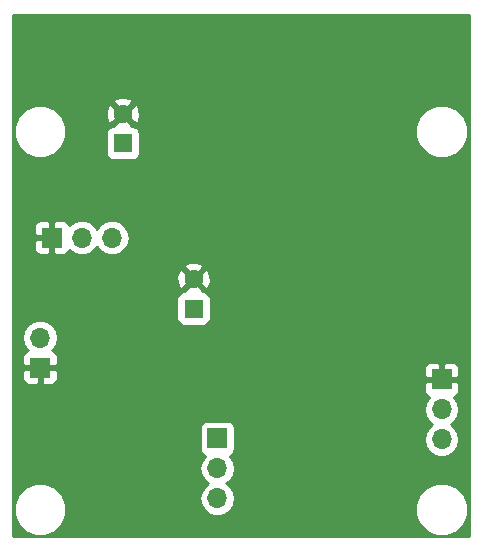
<source format=gbr>
G04 #@! TF.GenerationSoftware,KiCad,Pcbnew,(5.0.1)-4*
G04 #@! TF.CreationDate,2021-12-12T21:25:55+02:00*
G04 #@! TF.ProjectId,MagicLightsPCBNeo,4D616769634C69676874735043424E65,rev?*
G04 #@! TF.SameCoordinates,Original*
G04 #@! TF.FileFunction,Copper,L2,Bot,Signal*
G04 #@! TF.FilePolarity,Positive*
%FSLAX46Y46*%
G04 Gerber Fmt 4.6, Leading zero omitted, Abs format (unit mm)*
G04 Created by KiCad (PCBNEW (5.0.1)-4) date 2021-12-12 21:25:55*
%MOMM*%
%LPD*%
G01*
G04 APERTURE LIST*
G04 #@! TA.AperFunction,ComponentPad*
%ADD10R,1.600000X1.600000*%
G04 #@! TD*
G04 #@! TA.AperFunction,ComponentPad*
%ADD11C,1.600000*%
G04 #@! TD*
G04 #@! TA.AperFunction,ComponentPad*
%ADD12R,1.700000X1.700000*%
G04 #@! TD*
G04 #@! TA.AperFunction,ComponentPad*
%ADD13O,1.700000X1.700000*%
G04 #@! TD*
G04 #@! TA.AperFunction,ViaPad*
%ADD14C,0.800000*%
G04 #@! TD*
G04 #@! TA.AperFunction,Conductor*
%ADD15C,0.254000*%
G04 #@! TD*
G04 APERTURE END LIST*
D10*
G04 #@! TO.P,C2,1*
G04 #@! TO.N,+3V3*
X24000000Y-30000000D03*
D11*
G04 #@! TO.P,C2,2*
G04 #@! TO.N,GND*
X24000000Y-27500000D03*
G04 #@! TD*
G04 #@! TO.P,C7,2*
G04 #@! TO.N,GND*
X30000000Y-41500000D03*
D10*
G04 #@! TO.P,C7,1*
G04 #@! TO.N,+5V*
X30000000Y-44000000D03*
G04 #@! TD*
D12*
G04 #@! TO.P,J1,1*
G04 #@! TO.N,GND*
X51000000Y-50000000D03*
D13*
G04 #@! TO.P,J1,2*
G04 #@! TO.N,Net-(J1-Pad2)*
X51000000Y-52540000D03*
G04 #@! TO.P,J1,3*
G04 #@! TO.N,Net-(C1-Pad1)*
X51000000Y-55080000D03*
G04 #@! TD*
G04 #@! TO.P,J2,3*
G04 #@! TO.N,+5V*
X23080000Y-38000000D03*
G04 #@! TO.P,J2,2*
G04 #@! TO.N,+3V3*
X20540000Y-38000000D03*
D12*
G04 #@! TO.P,J2,1*
G04 #@! TO.N,GND*
X18000000Y-38000000D03*
G04 #@! TD*
G04 #@! TO.P,J3,1*
G04 #@! TO.N,GND*
X17000000Y-49000000D03*
D13*
G04 #@! TO.P,J3,2*
G04 #@! TO.N,+5V*
X17000000Y-46460000D03*
G04 #@! TD*
D12*
G04 #@! TO.P,Q1,1*
G04 #@! TO.N,Net-(D3-Pad2)*
X32000000Y-55000000D03*
D13*
G04 #@! TO.P,Q1,2*
G04 #@! TO.N,Net-(C1-Pad1)*
X32000000Y-57540000D03*
G04 #@! TO.P,Q1,3*
G04 #@! TO.N,+5V*
X32000000Y-60080000D03*
G04 #@! TD*
D14*
G04 #@! TO.N,GND*
X38000000Y-26000000D03*
X39000000Y-26000000D03*
X39000000Y-27000000D03*
X45000000Y-38000000D03*
X45000000Y-39000000D03*
X45000000Y-40000000D03*
X42000000Y-50000000D03*
X41000000Y-50000000D03*
X40000000Y-50000000D03*
X43000000Y-57000000D03*
X43000000Y-58000000D03*
X43000000Y-59000000D03*
X51000000Y-39000000D03*
X51000000Y-38000000D03*
X51000000Y-37000000D03*
G04 #@! TD*
D15*
G04 #@! TO.N,GND*
G36*
X53290001Y-63290000D02*
X14710000Y-63290000D01*
X14710000Y-60555431D01*
X14765000Y-60555431D01*
X14765000Y-61444569D01*
X15105259Y-62266026D01*
X15733974Y-62894741D01*
X16555431Y-63235000D01*
X17444569Y-63235000D01*
X18266026Y-62894741D01*
X18894741Y-62266026D01*
X19235000Y-61444569D01*
X19235000Y-60555431D01*
X18894741Y-59733974D01*
X18266026Y-59105259D01*
X17444569Y-58765000D01*
X16555431Y-58765000D01*
X15733974Y-59105259D01*
X15105259Y-59733974D01*
X14765000Y-60555431D01*
X14710000Y-60555431D01*
X14710000Y-57540000D01*
X30485908Y-57540000D01*
X30601161Y-58119418D01*
X30929375Y-58610625D01*
X31227761Y-58810000D01*
X30929375Y-59009375D01*
X30601161Y-59500582D01*
X30485908Y-60080000D01*
X30601161Y-60659418D01*
X30929375Y-61150625D01*
X31420582Y-61478839D01*
X31853744Y-61565000D01*
X32146256Y-61565000D01*
X32579418Y-61478839D01*
X33070625Y-61150625D01*
X33398839Y-60659418D01*
X33419523Y-60555431D01*
X48765000Y-60555431D01*
X48765000Y-61444569D01*
X49105259Y-62266026D01*
X49733974Y-62894741D01*
X50555431Y-63235000D01*
X51444569Y-63235000D01*
X52266026Y-62894741D01*
X52894741Y-62266026D01*
X53235000Y-61444569D01*
X53235000Y-60555431D01*
X52894741Y-59733974D01*
X52266026Y-59105259D01*
X51444569Y-58765000D01*
X50555431Y-58765000D01*
X49733974Y-59105259D01*
X49105259Y-59733974D01*
X48765000Y-60555431D01*
X33419523Y-60555431D01*
X33514092Y-60080000D01*
X33398839Y-59500582D01*
X33070625Y-59009375D01*
X32772239Y-58810000D01*
X33070625Y-58610625D01*
X33398839Y-58119418D01*
X33514092Y-57540000D01*
X33398839Y-56960582D01*
X33070625Y-56469375D01*
X33052381Y-56457184D01*
X33097765Y-56448157D01*
X33307809Y-56307809D01*
X33448157Y-56097765D01*
X33497440Y-55850000D01*
X33497440Y-54150000D01*
X33448157Y-53902235D01*
X33307809Y-53692191D01*
X33097765Y-53551843D01*
X32850000Y-53502560D01*
X31150000Y-53502560D01*
X30902235Y-53551843D01*
X30692191Y-53692191D01*
X30551843Y-53902235D01*
X30502560Y-54150000D01*
X30502560Y-55850000D01*
X30551843Y-56097765D01*
X30692191Y-56307809D01*
X30902235Y-56448157D01*
X30947619Y-56457184D01*
X30929375Y-56469375D01*
X30601161Y-56960582D01*
X30485908Y-57540000D01*
X14710000Y-57540000D01*
X14710000Y-52540000D01*
X49485908Y-52540000D01*
X49601161Y-53119418D01*
X49929375Y-53610625D01*
X50227761Y-53810000D01*
X49929375Y-54009375D01*
X49601161Y-54500582D01*
X49485908Y-55080000D01*
X49601161Y-55659418D01*
X49929375Y-56150625D01*
X50420582Y-56478839D01*
X50853744Y-56565000D01*
X51146256Y-56565000D01*
X51579418Y-56478839D01*
X52070625Y-56150625D01*
X52398839Y-55659418D01*
X52514092Y-55080000D01*
X52398839Y-54500582D01*
X52070625Y-54009375D01*
X51772239Y-53810000D01*
X52070625Y-53610625D01*
X52398839Y-53119418D01*
X52514092Y-52540000D01*
X52398839Y-51960582D01*
X52070625Y-51469375D01*
X52048967Y-51454904D01*
X52209698Y-51388327D01*
X52388327Y-51209699D01*
X52485000Y-50976310D01*
X52485000Y-50285750D01*
X52326250Y-50127000D01*
X51127000Y-50127000D01*
X51127000Y-50147000D01*
X50873000Y-50147000D01*
X50873000Y-50127000D01*
X49673750Y-50127000D01*
X49515000Y-50285750D01*
X49515000Y-50976310D01*
X49611673Y-51209699D01*
X49790302Y-51388327D01*
X49951033Y-51454904D01*
X49929375Y-51469375D01*
X49601161Y-51960582D01*
X49485908Y-52540000D01*
X14710000Y-52540000D01*
X14710000Y-49285750D01*
X15515000Y-49285750D01*
X15515000Y-49976310D01*
X15611673Y-50209699D01*
X15790302Y-50388327D01*
X16023691Y-50485000D01*
X16714250Y-50485000D01*
X16873000Y-50326250D01*
X16873000Y-49127000D01*
X17127000Y-49127000D01*
X17127000Y-50326250D01*
X17285750Y-50485000D01*
X17976309Y-50485000D01*
X18209698Y-50388327D01*
X18388327Y-50209699D01*
X18485000Y-49976310D01*
X18485000Y-49285750D01*
X18326250Y-49127000D01*
X17127000Y-49127000D01*
X16873000Y-49127000D01*
X15673750Y-49127000D01*
X15515000Y-49285750D01*
X14710000Y-49285750D01*
X14710000Y-49023690D01*
X49515000Y-49023690D01*
X49515000Y-49714250D01*
X49673750Y-49873000D01*
X50873000Y-49873000D01*
X50873000Y-48673750D01*
X51127000Y-48673750D01*
X51127000Y-49873000D01*
X52326250Y-49873000D01*
X52485000Y-49714250D01*
X52485000Y-49023690D01*
X52388327Y-48790301D01*
X52209698Y-48611673D01*
X51976309Y-48515000D01*
X51285750Y-48515000D01*
X51127000Y-48673750D01*
X50873000Y-48673750D01*
X50714250Y-48515000D01*
X50023691Y-48515000D01*
X49790302Y-48611673D01*
X49611673Y-48790301D01*
X49515000Y-49023690D01*
X14710000Y-49023690D01*
X14710000Y-46460000D01*
X15485908Y-46460000D01*
X15601161Y-47039418D01*
X15929375Y-47530625D01*
X15951033Y-47545096D01*
X15790302Y-47611673D01*
X15611673Y-47790301D01*
X15515000Y-48023690D01*
X15515000Y-48714250D01*
X15673750Y-48873000D01*
X16873000Y-48873000D01*
X16873000Y-48853000D01*
X17127000Y-48853000D01*
X17127000Y-48873000D01*
X18326250Y-48873000D01*
X18485000Y-48714250D01*
X18485000Y-48023690D01*
X18388327Y-47790301D01*
X18209698Y-47611673D01*
X18048967Y-47545096D01*
X18070625Y-47530625D01*
X18398839Y-47039418D01*
X18514092Y-46460000D01*
X18398839Y-45880582D01*
X18070625Y-45389375D01*
X17579418Y-45061161D01*
X17146256Y-44975000D01*
X16853744Y-44975000D01*
X16420582Y-45061161D01*
X15929375Y-45389375D01*
X15601161Y-45880582D01*
X15485908Y-46460000D01*
X14710000Y-46460000D01*
X14710000Y-43200000D01*
X28552560Y-43200000D01*
X28552560Y-44800000D01*
X28601843Y-45047765D01*
X28742191Y-45257809D01*
X28952235Y-45398157D01*
X29200000Y-45447440D01*
X30800000Y-45447440D01*
X31047765Y-45398157D01*
X31257809Y-45257809D01*
X31398157Y-45047765D01*
X31447440Y-44800000D01*
X31447440Y-43200000D01*
X31398157Y-42952235D01*
X31257809Y-42742191D01*
X31047765Y-42601843D01*
X30813813Y-42555307D01*
X30828139Y-42507745D01*
X30000000Y-41679605D01*
X29171861Y-42507745D01*
X29186187Y-42555307D01*
X28952235Y-42601843D01*
X28742191Y-42742191D01*
X28601843Y-42952235D01*
X28552560Y-43200000D01*
X14710000Y-43200000D01*
X14710000Y-41283223D01*
X28553035Y-41283223D01*
X28580222Y-41853454D01*
X28746136Y-42254005D01*
X28992255Y-42328139D01*
X29820395Y-41500000D01*
X30179605Y-41500000D01*
X31007745Y-42328139D01*
X31253864Y-42254005D01*
X31446965Y-41716777D01*
X31419778Y-41146546D01*
X31253864Y-40745995D01*
X31007745Y-40671861D01*
X30179605Y-41500000D01*
X29820395Y-41500000D01*
X28992255Y-40671861D01*
X28746136Y-40745995D01*
X28553035Y-41283223D01*
X14710000Y-41283223D01*
X14710000Y-40492255D01*
X29171861Y-40492255D01*
X30000000Y-41320395D01*
X30828139Y-40492255D01*
X30754005Y-40246136D01*
X30216777Y-40053035D01*
X29646546Y-40080222D01*
X29245995Y-40246136D01*
X29171861Y-40492255D01*
X14710000Y-40492255D01*
X14710000Y-38285750D01*
X16515000Y-38285750D01*
X16515000Y-38976309D01*
X16611673Y-39209698D01*
X16790301Y-39388327D01*
X17023690Y-39485000D01*
X17714250Y-39485000D01*
X17873000Y-39326250D01*
X17873000Y-38127000D01*
X16673750Y-38127000D01*
X16515000Y-38285750D01*
X14710000Y-38285750D01*
X14710000Y-37023691D01*
X16515000Y-37023691D01*
X16515000Y-37714250D01*
X16673750Y-37873000D01*
X17873000Y-37873000D01*
X17873000Y-36673750D01*
X18127000Y-36673750D01*
X18127000Y-37873000D01*
X18147000Y-37873000D01*
X18147000Y-38127000D01*
X18127000Y-38127000D01*
X18127000Y-39326250D01*
X18285750Y-39485000D01*
X18976310Y-39485000D01*
X19209699Y-39388327D01*
X19388327Y-39209698D01*
X19454904Y-39048967D01*
X19469375Y-39070625D01*
X19960582Y-39398839D01*
X20393744Y-39485000D01*
X20686256Y-39485000D01*
X21119418Y-39398839D01*
X21610625Y-39070625D01*
X21810000Y-38772239D01*
X22009375Y-39070625D01*
X22500582Y-39398839D01*
X22933744Y-39485000D01*
X23226256Y-39485000D01*
X23659418Y-39398839D01*
X24150625Y-39070625D01*
X24478839Y-38579418D01*
X24594092Y-38000000D01*
X24478839Y-37420582D01*
X24150625Y-36929375D01*
X23659418Y-36601161D01*
X23226256Y-36515000D01*
X22933744Y-36515000D01*
X22500582Y-36601161D01*
X22009375Y-36929375D01*
X21810000Y-37227761D01*
X21610625Y-36929375D01*
X21119418Y-36601161D01*
X20686256Y-36515000D01*
X20393744Y-36515000D01*
X19960582Y-36601161D01*
X19469375Y-36929375D01*
X19454904Y-36951033D01*
X19388327Y-36790302D01*
X19209699Y-36611673D01*
X18976310Y-36515000D01*
X18285750Y-36515000D01*
X18127000Y-36673750D01*
X17873000Y-36673750D01*
X17714250Y-36515000D01*
X17023690Y-36515000D01*
X16790301Y-36611673D01*
X16611673Y-36790302D01*
X16515000Y-37023691D01*
X14710000Y-37023691D01*
X14710000Y-28555431D01*
X14765000Y-28555431D01*
X14765000Y-29444569D01*
X15105259Y-30266026D01*
X15733974Y-30894741D01*
X16555431Y-31235000D01*
X17444569Y-31235000D01*
X18266026Y-30894741D01*
X18894741Y-30266026D01*
X19235000Y-29444569D01*
X19235000Y-29200000D01*
X22552560Y-29200000D01*
X22552560Y-30800000D01*
X22601843Y-31047765D01*
X22742191Y-31257809D01*
X22952235Y-31398157D01*
X23200000Y-31447440D01*
X24800000Y-31447440D01*
X25047765Y-31398157D01*
X25257809Y-31257809D01*
X25398157Y-31047765D01*
X25447440Y-30800000D01*
X25447440Y-29200000D01*
X25398157Y-28952235D01*
X25257809Y-28742191D01*
X25047765Y-28601843D01*
X24814437Y-28555431D01*
X48765000Y-28555431D01*
X48765000Y-29444569D01*
X49105259Y-30266026D01*
X49733974Y-30894741D01*
X50555431Y-31235000D01*
X51444569Y-31235000D01*
X52266026Y-30894741D01*
X52894741Y-30266026D01*
X53235000Y-29444569D01*
X53235000Y-28555431D01*
X52894741Y-27733974D01*
X52266026Y-27105259D01*
X51444569Y-26765000D01*
X50555431Y-26765000D01*
X49733974Y-27105259D01*
X49105259Y-27733974D01*
X48765000Y-28555431D01*
X24814437Y-28555431D01*
X24813813Y-28555307D01*
X24828139Y-28507745D01*
X24000000Y-27679605D01*
X23171861Y-28507745D01*
X23186187Y-28555307D01*
X22952235Y-28601843D01*
X22742191Y-28742191D01*
X22601843Y-28952235D01*
X22552560Y-29200000D01*
X19235000Y-29200000D01*
X19235000Y-28555431D01*
X18894741Y-27733974D01*
X18443990Y-27283223D01*
X22553035Y-27283223D01*
X22580222Y-27853454D01*
X22746136Y-28254005D01*
X22992255Y-28328139D01*
X23820395Y-27500000D01*
X24179605Y-27500000D01*
X25007745Y-28328139D01*
X25253864Y-28254005D01*
X25446965Y-27716777D01*
X25419778Y-27146546D01*
X25253864Y-26745995D01*
X25007745Y-26671861D01*
X24179605Y-27500000D01*
X23820395Y-27500000D01*
X22992255Y-26671861D01*
X22746136Y-26745995D01*
X22553035Y-27283223D01*
X18443990Y-27283223D01*
X18266026Y-27105259D01*
X17444569Y-26765000D01*
X16555431Y-26765000D01*
X15733974Y-27105259D01*
X15105259Y-27733974D01*
X14765000Y-28555431D01*
X14710000Y-28555431D01*
X14710000Y-26492255D01*
X23171861Y-26492255D01*
X24000000Y-27320395D01*
X24828139Y-26492255D01*
X24754005Y-26246136D01*
X24216777Y-26053035D01*
X23646546Y-26080222D01*
X23245995Y-26246136D01*
X23171861Y-26492255D01*
X14710000Y-26492255D01*
X14710000Y-19127000D01*
X53290000Y-19127000D01*
X53290001Y-63290000D01*
X53290001Y-63290000D01*
G37*
X53290001Y-63290000D02*
X14710000Y-63290000D01*
X14710000Y-60555431D01*
X14765000Y-60555431D01*
X14765000Y-61444569D01*
X15105259Y-62266026D01*
X15733974Y-62894741D01*
X16555431Y-63235000D01*
X17444569Y-63235000D01*
X18266026Y-62894741D01*
X18894741Y-62266026D01*
X19235000Y-61444569D01*
X19235000Y-60555431D01*
X18894741Y-59733974D01*
X18266026Y-59105259D01*
X17444569Y-58765000D01*
X16555431Y-58765000D01*
X15733974Y-59105259D01*
X15105259Y-59733974D01*
X14765000Y-60555431D01*
X14710000Y-60555431D01*
X14710000Y-57540000D01*
X30485908Y-57540000D01*
X30601161Y-58119418D01*
X30929375Y-58610625D01*
X31227761Y-58810000D01*
X30929375Y-59009375D01*
X30601161Y-59500582D01*
X30485908Y-60080000D01*
X30601161Y-60659418D01*
X30929375Y-61150625D01*
X31420582Y-61478839D01*
X31853744Y-61565000D01*
X32146256Y-61565000D01*
X32579418Y-61478839D01*
X33070625Y-61150625D01*
X33398839Y-60659418D01*
X33419523Y-60555431D01*
X48765000Y-60555431D01*
X48765000Y-61444569D01*
X49105259Y-62266026D01*
X49733974Y-62894741D01*
X50555431Y-63235000D01*
X51444569Y-63235000D01*
X52266026Y-62894741D01*
X52894741Y-62266026D01*
X53235000Y-61444569D01*
X53235000Y-60555431D01*
X52894741Y-59733974D01*
X52266026Y-59105259D01*
X51444569Y-58765000D01*
X50555431Y-58765000D01*
X49733974Y-59105259D01*
X49105259Y-59733974D01*
X48765000Y-60555431D01*
X33419523Y-60555431D01*
X33514092Y-60080000D01*
X33398839Y-59500582D01*
X33070625Y-59009375D01*
X32772239Y-58810000D01*
X33070625Y-58610625D01*
X33398839Y-58119418D01*
X33514092Y-57540000D01*
X33398839Y-56960582D01*
X33070625Y-56469375D01*
X33052381Y-56457184D01*
X33097765Y-56448157D01*
X33307809Y-56307809D01*
X33448157Y-56097765D01*
X33497440Y-55850000D01*
X33497440Y-54150000D01*
X33448157Y-53902235D01*
X33307809Y-53692191D01*
X33097765Y-53551843D01*
X32850000Y-53502560D01*
X31150000Y-53502560D01*
X30902235Y-53551843D01*
X30692191Y-53692191D01*
X30551843Y-53902235D01*
X30502560Y-54150000D01*
X30502560Y-55850000D01*
X30551843Y-56097765D01*
X30692191Y-56307809D01*
X30902235Y-56448157D01*
X30947619Y-56457184D01*
X30929375Y-56469375D01*
X30601161Y-56960582D01*
X30485908Y-57540000D01*
X14710000Y-57540000D01*
X14710000Y-52540000D01*
X49485908Y-52540000D01*
X49601161Y-53119418D01*
X49929375Y-53610625D01*
X50227761Y-53810000D01*
X49929375Y-54009375D01*
X49601161Y-54500582D01*
X49485908Y-55080000D01*
X49601161Y-55659418D01*
X49929375Y-56150625D01*
X50420582Y-56478839D01*
X50853744Y-56565000D01*
X51146256Y-56565000D01*
X51579418Y-56478839D01*
X52070625Y-56150625D01*
X52398839Y-55659418D01*
X52514092Y-55080000D01*
X52398839Y-54500582D01*
X52070625Y-54009375D01*
X51772239Y-53810000D01*
X52070625Y-53610625D01*
X52398839Y-53119418D01*
X52514092Y-52540000D01*
X52398839Y-51960582D01*
X52070625Y-51469375D01*
X52048967Y-51454904D01*
X52209698Y-51388327D01*
X52388327Y-51209699D01*
X52485000Y-50976310D01*
X52485000Y-50285750D01*
X52326250Y-50127000D01*
X51127000Y-50127000D01*
X51127000Y-50147000D01*
X50873000Y-50147000D01*
X50873000Y-50127000D01*
X49673750Y-50127000D01*
X49515000Y-50285750D01*
X49515000Y-50976310D01*
X49611673Y-51209699D01*
X49790302Y-51388327D01*
X49951033Y-51454904D01*
X49929375Y-51469375D01*
X49601161Y-51960582D01*
X49485908Y-52540000D01*
X14710000Y-52540000D01*
X14710000Y-49285750D01*
X15515000Y-49285750D01*
X15515000Y-49976310D01*
X15611673Y-50209699D01*
X15790302Y-50388327D01*
X16023691Y-50485000D01*
X16714250Y-50485000D01*
X16873000Y-50326250D01*
X16873000Y-49127000D01*
X17127000Y-49127000D01*
X17127000Y-50326250D01*
X17285750Y-50485000D01*
X17976309Y-50485000D01*
X18209698Y-50388327D01*
X18388327Y-50209699D01*
X18485000Y-49976310D01*
X18485000Y-49285750D01*
X18326250Y-49127000D01*
X17127000Y-49127000D01*
X16873000Y-49127000D01*
X15673750Y-49127000D01*
X15515000Y-49285750D01*
X14710000Y-49285750D01*
X14710000Y-49023690D01*
X49515000Y-49023690D01*
X49515000Y-49714250D01*
X49673750Y-49873000D01*
X50873000Y-49873000D01*
X50873000Y-48673750D01*
X51127000Y-48673750D01*
X51127000Y-49873000D01*
X52326250Y-49873000D01*
X52485000Y-49714250D01*
X52485000Y-49023690D01*
X52388327Y-48790301D01*
X52209698Y-48611673D01*
X51976309Y-48515000D01*
X51285750Y-48515000D01*
X51127000Y-48673750D01*
X50873000Y-48673750D01*
X50714250Y-48515000D01*
X50023691Y-48515000D01*
X49790302Y-48611673D01*
X49611673Y-48790301D01*
X49515000Y-49023690D01*
X14710000Y-49023690D01*
X14710000Y-46460000D01*
X15485908Y-46460000D01*
X15601161Y-47039418D01*
X15929375Y-47530625D01*
X15951033Y-47545096D01*
X15790302Y-47611673D01*
X15611673Y-47790301D01*
X15515000Y-48023690D01*
X15515000Y-48714250D01*
X15673750Y-48873000D01*
X16873000Y-48873000D01*
X16873000Y-48853000D01*
X17127000Y-48853000D01*
X17127000Y-48873000D01*
X18326250Y-48873000D01*
X18485000Y-48714250D01*
X18485000Y-48023690D01*
X18388327Y-47790301D01*
X18209698Y-47611673D01*
X18048967Y-47545096D01*
X18070625Y-47530625D01*
X18398839Y-47039418D01*
X18514092Y-46460000D01*
X18398839Y-45880582D01*
X18070625Y-45389375D01*
X17579418Y-45061161D01*
X17146256Y-44975000D01*
X16853744Y-44975000D01*
X16420582Y-45061161D01*
X15929375Y-45389375D01*
X15601161Y-45880582D01*
X15485908Y-46460000D01*
X14710000Y-46460000D01*
X14710000Y-43200000D01*
X28552560Y-43200000D01*
X28552560Y-44800000D01*
X28601843Y-45047765D01*
X28742191Y-45257809D01*
X28952235Y-45398157D01*
X29200000Y-45447440D01*
X30800000Y-45447440D01*
X31047765Y-45398157D01*
X31257809Y-45257809D01*
X31398157Y-45047765D01*
X31447440Y-44800000D01*
X31447440Y-43200000D01*
X31398157Y-42952235D01*
X31257809Y-42742191D01*
X31047765Y-42601843D01*
X30813813Y-42555307D01*
X30828139Y-42507745D01*
X30000000Y-41679605D01*
X29171861Y-42507745D01*
X29186187Y-42555307D01*
X28952235Y-42601843D01*
X28742191Y-42742191D01*
X28601843Y-42952235D01*
X28552560Y-43200000D01*
X14710000Y-43200000D01*
X14710000Y-41283223D01*
X28553035Y-41283223D01*
X28580222Y-41853454D01*
X28746136Y-42254005D01*
X28992255Y-42328139D01*
X29820395Y-41500000D01*
X30179605Y-41500000D01*
X31007745Y-42328139D01*
X31253864Y-42254005D01*
X31446965Y-41716777D01*
X31419778Y-41146546D01*
X31253864Y-40745995D01*
X31007745Y-40671861D01*
X30179605Y-41500000D01*
X29820395Y-41500000D01*
X28992255Y-40671861D01*
X28746136Y-40745995D01*
X28553035Y-41283223D01*
X14710000Y-41283223D01*
X14710000Y-40492255D01*
X29171861Y-40492255D01*
X30000000Y-41320395D01*
X30828139Y-40492255D01*
X30754005Y-40246136D01*
X30216777Y-40053035D01*
X29646546Y-40080222D01*
X29245995Y-40246136D01*
X29171861Y-40492255D01*
X14710000Y-40492255D01*
X14710000Y-38285750D01*
X16515000Y-38285750D01*
X16515000Y-38976309D01*
X16611673Y-39209698D01*
X16790301Y-39388327D01*
X17023690Y-39485000D01*
X17714250Y-39485000D01*
X17873000Y-39326250D01*
X17873000Y-38127000D01*
X16673750Y-38127000D01*
X16515000Y-38285750D01*
X14710000Y-38285750D01*
X14710000Y-37023691D01*
X16515000Y-37023691D01*
X16515000Y-37714250D01*
X16673750Y-37873000D01*
X17873000Y-37873000D01*
X17873000Y-36673750D01*
X18127000Y-36673750D01*
X18127000Y-37873000D01*
X18147000Y-37873000D01*
X18147000Y-38127000D01*
X18127000Y-38127000D01*
X18127000Y-39326250D01*
X18285750Y-39485000D01*
X18976310Y-39485000D01*
X19209699Y-39388327D01*
X19388327Y-39209698D01*
X19454904Y-39048967D01*
X19469375Y-39070625D01*
X19960582Y-39398839D01*
X20393744Y-39485000D01*
X20686256Y-39485000D01*
X21119418Y-39398839D01*
X21610625Y-39070625D01*
X21810000Y-38772239D01*
X22009375Y-39070625D01*
X22500582Y-39398839D01*
X22933744Y-39485000D01*
X23226256Y-39485000D01*
X23659418Y-39398839D01*
X24150625Y-39070625D01*
X24478839Y-38579418D01*
X24594092Y-38000000D01*
X24478839Y-37420582D01*
X24150625Y-36929375D01*
X23659418Y-36601161D01*
X23226256Y-36515000D01*
X22933744Y-36515000D01*
X22500582Y-36601161D01*
X22009375Y-36929375D01*
X21810000Y-37227761D01*
X21610625Y-36929375D01*
X21119418Y-36601161D01*
X20686256Y-36515000D01*
X20393744Y-36515000D01*
X19960582Y-36601161D01*
X19469375Y-36929375D01*
X19454904Y-36951033D01*
X19388327Y-36790302D01*
X19209699Y-36611673D01*
X18976310Y-36515000D01*
X18285750Y-36515000D01*
X18127000Y-36673750D01*
X17873000Y-36673750D01*
X17714250Y-36515000D01*
X17023690Y-36515000D01*
X16790301Y-36611673D01*
X16611673Y-36790302D01*
X16515000Y-37023691D01*
X14710000Y-37023691D01*
X14710000Y-28555431D01*
X14765000Y-28555431D01*
X14765000Y-29444569D01*
X15105259Y-30266026D01*
X15733974Y-30894741D01*
X16555431Y-31235000D01*
X17444569Y-31235000D01*
X18266026Y-30894741D01*
X18894741Y-30266026D01*
X19235000Y-29444569D01*
X19235000Y-29200000D01*
X22552560Y-29200000D01*
X22552560Y-30800000D01*
X22601843Y-31047765D01*
X22742191Y-31257809D01*
X22952235Y-31398157D01*
X23200000Y-31447440D01*
X24800000Y-31447440D01*
X25047765Y-31398157D01*
X25257809Y-31257809D01*
X25398157Y-31047765D01*
X25447440Y-30800000D01*
X25447440Y-29200000D01*
X25398157Y-28952235D01*
X25257809Y-28742191D01*
X25047765Y-28601843D01*
X24814437Y-28555431D01*
X48765000Y-28555431D01*
X48765000Y-29444569D01*
X49105259Y-30266026D01*
X49733974Y-30894741D01*
X50555431Y-31235000D01*
X51444569Y-31235000D01*
X52266026Y-30894741D01*
X52894741Y-30266026D01*
X53235000Y-29444569D01*
X53235000Y-28555431D01*
X52894741Y-27733974D01*
X52266026Y-27105259D01*
X51444569Y-26765000D01*
X50555431Y-26765000D01*
X49733974Y-27105259D01*
X49105259Y-27733974D01*
X48765000Y-28555431D01*
X24814437Y-28555431D01*
X24813813Y-28555307D01*
X24828139Y-28507745D01*
X24000000Y-27679605D01*
X23171861Y-28507745D01*
X23186187Y-28555307D01*
X22952235Y-28601843D01*
X22742191Y-28742191D01*
X22601843Y-28952235D01*
X22552560Y-29200000D01*
X19235000Y-29200000D01*
X19235000Y-28555431D01*
X18894741Y-27733974D01*
X18443990Y-27283223D01*
X22553035Y-27283223D01*
X22580222Y-27853454D01*
X22746136Y-28254005D01*
X22992255Y-28328139D01*
X23820395Y-27500000D01*
X24179605Y-27500000D01*
X25007745Y-28328139D01*
X25253864Y-28254005D01*
X25446965Y-27716777D01*
X25419778Y-27146546D01*
X25253864Y-26745995D01*
X25007745Y-26671861D01*
X24179605Y-27500000D01*
X23820395Y-27500000D01*
X22992255Y-26671861D01*
X22746136Y-26745995D01*
X22553035Y-27283223D01*
X18443990Y-27283223D01*
X18266026Y-27105259D01*
X17444569Y-26765000D01*
X16555431Y-26765000D01*
X15733974Y-27105259D01*
X15105259Y-27733974D01*
X14765000Y-28555431D01*
X14710000Y-28555431D01*
X14710000Y-26492255D01*
X23171861Y-26492255D01*
X24000000Y-27320395D01*
X24828139Y-26492255D01*
X24754005Y-26246136D01*
X24216777Y-26053035D01*
X23646546Y-26080222D01*
X23245995Y-26246136D01*
X23171861Y-26492255D01*
X14710000Y-26492255D01*
X14710000Y-19127000D01*
X53290000Y-19127000D01*
X53290001Y-63290000D01*
G04 #@! TD*
M02*

</source>
